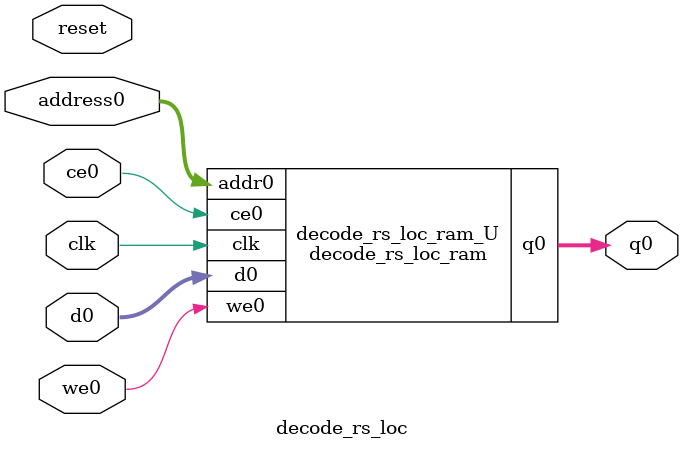
<source format=v>
`timescale 1 ns / 1 ps
module decode_rs_loc_ram (addr0, ce0, d0, we0, q0,  clk);

parameter DWIDTH = 8;
parameter AWIDTH = 4;
parameter MEM_SIZE = 10;

input[AWIDTH-1:0] addr0;
input ce0;
input[DWIDTH-1:0] d0;
input we0;
output reg[DWIDTH-1:0] q0;
input clk;

reg [DWIDTH-1:0] ram[0:MEM_SIZE-1];




always @(posedge clk)  
begin 
    if (ce0) begin
        if (we0) 
            ram[addr0] <= d0; 
        q0 <= ram[addr0];
    end
end


endmodule

`timescale 1 ns / 1 ps
module decode_rs_loc(
    reset,
    clk,
    address0,
    ce0,
    we0,
    d0,
    q0);

parameter DataWidth = 32'd8;
parameter AddressRange = 32'd10;
parameter AddressWidth = 32'd4;
input reset;
input clk;
input[AddressWidth - 1:0] address0;
input ce0;
input we0;
input[DataWidth - 1:0] d0;
output[DataWidth - 1:0] q0;



decode_rs_loc_ram decode_rs_loc_ram_U(
    .clk( clk ),
    .addr0( address0 ),
    .ce0( ce0 ),
    .we0( we0 ),
    .d0( d0 ),
    .q0( q0 ));

endmodule


</source>
